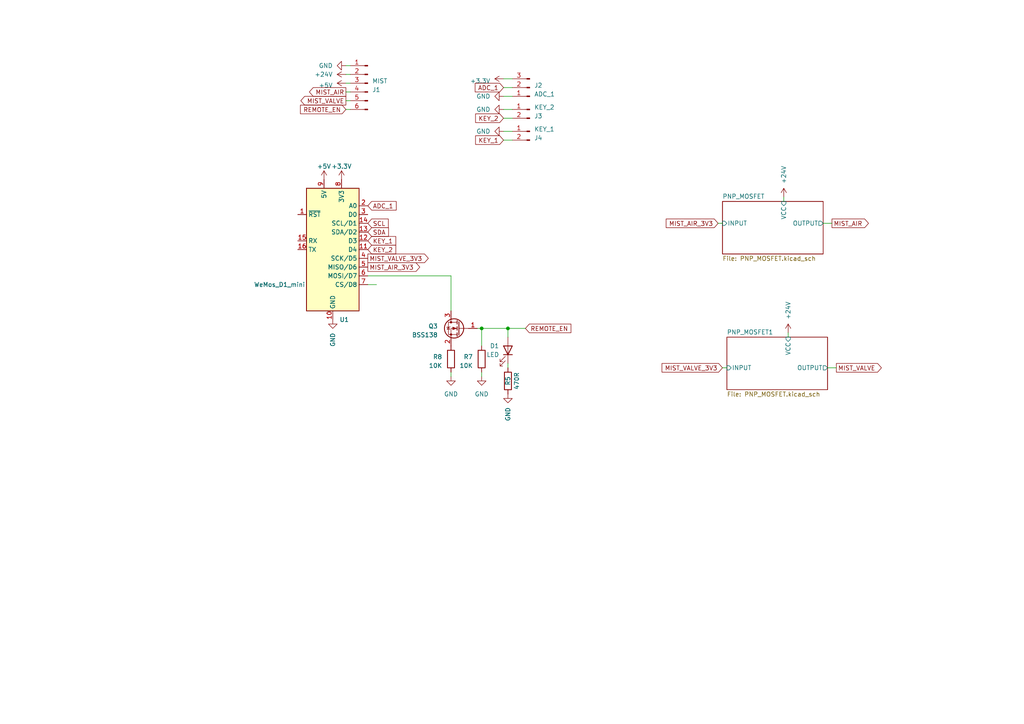
<source format=kicad_sch>
(kicad_sch (version 20230121) (generator eeschema)
  (paper "A4")
  (lib_symbols
    (symbol "Connector:Conn_01x02_Pin" (pin_names (offset 1.016) hide)
      (property "Reference" "J" (at 0 2.54 0))
      (property "Value" "Conn_01x02_Pin" (at 0 -5.08 0))
      (symbol "Conn_01x02_Pin_1_1"
        (polyline (pts (xy 1.27 -2.54) (xy 0.8636 -2.54)) (stroke (width 0.1524)))
        (polyline (pts (xy 1.27 0) (xy 0.8636 0)) (stroke (width 0.1524)))
        (rectangle (start 0.8636 -2.413) (end 0 -2.667) (stroke (width 0.1524)) (fill (type outline)))
        (rectangle (start 0.8636 0.127) (end 0 -0.127) (stroke (width 0.1524)) (fill (type outline)))
        (pin passive line (at 5.08 0 180) (length 3.81) (name "Pin_1") (number "1"))
        (pin passive line (at 5.08 -2.54 180) (length 3.81) (name "Pin_2") (number "2"))
      )
    )
    (symbol "Connector:Conn_01x03_Pin" (pin_names (offset 1.016) hide)
      (property "Reference" "J" (at 0 5.08 0))
      (property "Value" "Conn_01x03_Pin" (at 0 -5.08 0))
      (symbol "Conn_01x03_Pin_1_1"
        (polyline (pts (xy 1.27 -2.54) (xy 0.8636 -2.54)) (stroke (width 0.1524)))
        (polyline (pts (xy 1.27 0) (xy 0.8636 0)) (stroke (width 0.1524)))
        (polyline (pts (xy 1.27 2.54) (xy 0.8636 2.54)) (stroke (width 0.1524)))
        (rectangle (start 0.8636 -2.413) (end 0 -2.667) (stroke (width 0.1524)) (fill (type outline)))
        (rectangle (start 0.8636 0.127) (end 0 -0.127) (stroke (width 0.1524)) (fill (type outline)))
        (rectangle (start 0.8636 2.667) (end 0 2.413) (stroke (width 0.1524)) (fill (type outline)))
        (pin passive line (at 5.08 2.54 180) (length 3.81) (name "Pin_1") (number "1"))
        (pin passive line (at 5.08 0 180) (length 3.81) (name "Pin_2") (number "2"))
        (pin passive line (at 5.08 -2.54 180) (length 3.81) (name "Pin_3") (number "3"))
      )
    )
    (symbol "Connector:Conn_01x06_Pin" (pin_names (offset 1.016) hide)
      (property "Reference" "J" (at 0 7.62 0))
      (property "Value" "Conn_01x06_Pin" (at 0 -10.16 0))
      (symbol "Conn_01x06_Pin_1_1"
        (polyline (pts (xy 1.27 -7.62) (xy 0.8636 -7.62)) (stroke (width 0.1524)))
        (polyline (pts (xy 1.27 -5.08) (xy 0.8636 -5.08)) (stroke (width 0.1524)))
        (polyline (pts (xy 1.27 -2.54) (xy 0.8636 -2.54)) (stroke (width 0.1524)))
        (polyline (pts (xy 1.27 0) (xy 0.8636 0)) (stroke (width 0.1524)))
        (polyline (pts (xy 1.27 2.54) (xy 0.8636 2.54)) (stroke (width 0.1524)))
        (polyline (pts (xy 1.27 5.08) (xy 0.8636 5.08)) (stroke (width 0.1524)))
        (rectangle (start 0.8636 -7.493) (end 0 -7.747) (stroke (width 0.1524)) (fill (type outline)))
        (rectangle (start 0.8636 -4.953) (end 0 -5.207) (stroke (width 0.1524)) (fill (type outline)))
        (rectangle (start 0.8636 -2.413) (end 0 -2.667) (stroke (width 0.1524)) (fill (type outline)))
        (rectangle (start 0.8636 0.127) (end 0 -0.127) (stroke (width 0.1524)) (fill (type outline)))
        (rectangle (start 0.8636 2.667) (end 0 2.413) (stroke (width 0.1524)) (fill (type outline)))
        (rectangle (start 0.8636 5.207) (end 0 4.953) (stroke (width 0.1524)) (fill (type outline)))
        (pin passive line (at 5.08 5.08 180) (length 3.81) (name "Pin_1") (number "1"))
        (pin passive line (at 5.08 2.54 180) (length 3.81) (name "Pin_2") (number "2"))
        (pin passive line (at 5.08 0 180) (length 3.81) (name "Pin_3") (number "3"))
        (pin passive line (at 5.08 -2.54 180) (length 3.81) (name "Pin_4") (number "4"))
        (pin passive line (at 5.08 -5.08 180) (length 3.81) (name "Pin_5") (number "5"))
        (pin passive line (at 5.08 -7.62 180) (length 3.81) (name "Pin_6") (number "6"))
      )
    )
    (symbol "Device:LED" (pin_numbers hide) (pin_names (offset 1.016) hide)
      (property "Reference" "D" (at 0 2.54 0))
      (property "Value" "LED" (at 0 -2.54 0))
      (symbol "LED_0_1"
        (polyline (pts (xy -1.27 -1.27) (xy -1.27 1.27)) (stroke (width 0.254)))
        (polyline (pts (xy -1.27 0) (xy 1.27 0)))
        (polyline (pts (xy 1.27 -1.27) (xy 1.27 1.27) (xy -1.27 0) (xy 1.27 -1.27)) (stroke (width 0.254)))
        (polyline (pts (xy -3.048 -0.762) (xy -4.572 -2.286) (xy -3.81 -2.286) (xy -4.572 -2.286) (xy -4.572 -1.524)))
        (polyline (pts (xy -1.778 -0.762) (xy -3.302 -2.286) (xy -2.54 -2.286) (xy -3.302 -2.286) (xy -3.302 -1.524)))
      )
      (symbol "LED_1_1"
        (pin passive line (at -3.81 0 0) (length 2.54) (name "K") (number "1"))
        (pin passive line (at 3.81 0 180) (length 2.54) (name "A") (number "2"))
      )
    )
    (symbol "Device:R" (pin_numbers hide) (pin_names (offset 0))
      (property "Reference" "R" (at 2.032 0 90))
      (property "Value" "R" (at 0 0 90))
      (symbol "R_0_1"
        (rectangle (start -1.016 -2.54) (end 1.016 2.54) (stroke (width 0.254)))
      )
      (symbol "R_1_1"
        (pin passive line (at 0 3.81 270) (length 1.27) (name "~") (number "1"))
        (pin passive line (at 0 -3.81 90) (length 1.27) (name "~") (number "2"))
      )
    )
    (symbol "MCU_Module:WeMos_D1_mini"
      (property "Reference" "U" (at 3.81 19.05 0))
      (property "Value" "WeMos_D1_mini" (at 1.27 -19.05 0))
      (symbol "WeMos_D1_mini_1_1"
        (rectangle (start -7.62 17.78) (end 7.62 -17.78) (stroke (width 0.254)) (fill (type background)))
        (pin input line (at -10.16 10.16 0) (length 2.54) (name "~{RST}") (number "1"))
        (pin power_in line (at 0 -20.32 90) (length 2.54) (name "GND") (number "10"))
        (pin bidirectional line (at 10.16 0 180) (length 2.54) (name "D4") (number "11"))
        (pin bidirectional line (at 10.16 2.54 180) (length 2.54) (name "D3") (number "12"))
        (pin bidirectional line (at 10.16 5.08 180) (length 2.54) (name "SDA/D2") (number "13"))
        (pin bidirectional line (at 10.16 7.62 180) (length 2.54) (name "SCL/D1") (number "14"))
        (pin input line (at -10.16 2.54 0) (length 2.54) (name "RX") (number "15"))
        (pin output line (at -10.16 0 0) (length 2.54) (name "TX") (number "16"))
        (pin input line (at 10.16 12.7 180) (length 2.54) (name "A0") (number "2"))
        (pin bidirectional line (at 10.16 10.16 180) (length 2.54) (name "D0") (number "3"))
        (pin bidirectional line (at 10.16 -2.54 180) (length 2.54) (name "SCK/D5") (number "4"))
        (pin bidirectional line (at 10.16 -5.08 180) (length 2.54) (name "MISO/D6") (number "5"))
        (pin bidirectional line (at 10.16 -7.62 180) (length 2.54) (name "MOSI/D7") (number "6"))
        (pin bidirectional line (at 10.16 -10.16 180) (length 2.54) (name "CS/D8") (number "7"))
        (pin power_out line (at 2.54 20.32 270) (length 2.54) (name "3V3") (number "8"))
        (pin power_in line (at -2.54 20.32 270) (length 2.54) (name "5V") (number "9"))
      )
    )
    (symbol "Transistor_FET:BSS138" (pin_names hide)
      (property "Reference" "Q" (at 5.08 1.905 0))
      (property "Value" "BSS138" (at 5.08 0 0))
      (symbol "BSS138_0_1"
        (polyline (pts (xy 0.254 0) (xy -2.54 0)))
        (polyline (pts (xy 0.254 1.905) (xy 0.254 -1.905)) (stroke (width 0.254)))
        (polyline (pts (xy 0.762 -1.27) (xy 0.762 -2.286)) (stroke (width 0.254)))
        (polyline (pts (xy 0.762 0.508) (xy 0.762 -0.508)) (stroke (width 0.254)))
        (polyline (pts (xy 0.762 2.286) (xy 0.762 1.27)) (stroke (width 0.254)))
        (polyline (pts (xy 2.54 2.54) (xy 2.54 1.778)))
        (polyline (pts (xy 2.54 -2.54) (xy 2.54 0) (xy 0.762 0)))
        (polyline (pts (xy 0.762 -1.778) (xy 3.302 -1.778) (xy 3.302 1.778) (xy 0.762 1.778)))
        (polyline (pts (xy 1.016 0) (xy 2.032 0.381) (xy 2.032 -0.381) (xy 1.016 0)) (fill (type outline)))
        (polyline (pts (xy 2.794 0.508) (xy 2.921 0.381) (xy 3.683 0.381) (xy 3.81 0.254)))
        (polyline (pts (xy 3.302 0.381) (xy 2.921 -0.254) (xy 3.683 -0.254) (xy 3.302 0.381)))
        (circle (center 1.651 0) (radius 2.794) (stroke (width 0.254)))
        (circle (center 2.54 -1.778) (radius 0.254) (fill (type outline)))
        (circle (center 2.54 1.778) (radius 0.254) (fill (type outline)))
      )
      (symbol "BSS138_1_1"
        (pin input line (at -5.08 0 0) (length 2.54) (name "G") (number "1"))
        (pin passive line (at 2.54 -5.08 90) (length 2.54) (name "S") (number "2"))
        (pin passive line (at 2.54 5.08 270) (length 2.54) (name "D") (number "3"))
      )
    )
    (symbol "power:+24V" (power) (pin_names (offset 0))
      (property "Value" "+24V" (at 0 3.556 0))
      (symbol "+24V_0_1"
        (polyline (pts (xy -0.762 1.27) (xy 0 2.54)))
        (polyline (pts (xy 0 0) (xy 0 2.54)))
        (polyline (pts (xy 0 2.54) (xy 0.762 1.27)))
      )
      (symbol "+24V_1_1"
        (pin power_in line (at 0 0 90) (length 0) hide (name "+24V") (number "1"))
      )
    )
    (symbol "power:+3.3V" (power) (pin_names (offset 0))
      (property "Value" "+3.3V" (at 0 3.556 0))
      (symbol "+3.3V_0_1"
        (polyline (pts (xy -0.762 1.27) (xy 0 2.54)))
        (polyline (pts (xy 0 0) (xy 0 2.54)))
        (polyline (pts (xy 0 2.54) (xy 0.762 1.27)))
      )
      (symbol "+3.3V_1_1"
        (pin power_in line (at 0 0 90) (length 0) hide (name "+3.3V") (number "1"))
      )
    )
    (symbol "power:+5V" (power) (pin_names (offset 0))
      (property "Value" "+5V" (at 0 3.556 0))
      (symbol "+5V_0_1"
        (polyline (pts (xy -0.762 1.27) (xy 0 2.54)))
        (polyline (pts (xy 0 0) (xy 0 2.54)))
        (polyline (pts (xy 0 2.54) (xy 0.762 1.27)))
      )
      (symbol "+5V_1_1"
        (pin power_in line (at 0 0 90) (length 0) hide (name "+5V") (number "1"))
      )
    )
    (symbol "power:GND" (power) (pin_names (offset 0))
      (property "Value" "GND" (at 0 -3.81 0))
      (symbol "GND_0_1"
        (polyline (pts (xy 0 0) (xy 0 -1.27) (xy 1.27 -1.27) (xy 0 -2.54) (xy -1.27 -1.27) (xy 0 -1.27)))
      )
      (symbol "GND_1_1"
        (pin power_in line (at 0 0 270) (length 0) hide (name "GND") (number "1"))
      )
    )
  )
  (junction (at 147.32 95.25))
  (junction (at 139.7 95.25))
  (wire (pts (xy 130.81 80.01) (xy 106.68 80.01)))
  (wire (pts (xy 130.81 107.95) (xy 130.81 109.22)))
  (wire (pts (xy 100.33 31.75) (xy 101.6 31.75)))
  (wire (pts (xy 146.05 25.4) (xy 148.59 25.4)))
  (wire (pts (xy 139.7 107.95) (xy 139.7 109.22)))
  (wire (pts (xy 152.4 95.25) (xy 147.32 95.25)))
  (wire (pts (xy 238.76 64.77) (xy 241.3 64.77)))
  (wire (pts (xy 100.33 29.21) (xy 101.6 29.21)))
  (wire (pts (xy 100.33 24.13) (xy 101.6 24.13)))
  (wire (pts (xy 146.05 38.1) (xy 148.59 38.1)))
  (wire (pts (xy 146.05 22.86) (xy 148.59 22.86)))
  (wire (pts (xy 139.7 95.25) (xy 138.43 95.25)))
  (wire (pts (xy 209.55 106.68) (xy 210.82 106.68)))
  (wire (pts (xy 146.05 31.75) (xy 148.59 31.75)))
  (wire (pts (xy 240.03 106.68) (xy 242.57 106.68)))
  (wire (pts (xy 208.28 64.77) (xy 209.55 64.77)))
  (wire (pts (xy 130.81 80.01) (xy 130.81 90.17)))
  (wire (pts (xy 100.33 26.67) (xy 101.6 26.67)))
  (wire (pts (xy 100.33 19.05) (xy 101.6 19.05)))
  (wire (pts (xy 227.33 57.15) (xy 227.33 58.42)))
  (wire (pts (xy 146.05 40.64) (xy 148.59 40.64)))
  (wire (pts (xy 146.05 27.94) (xy 148.59 27.94)))
  (wire (pts (xy 147.32 95.25) (xy 147.32 97.79)))
  (wire (pts (xy 147.32 95.25) (xy 139.7 95.25)))
  (wire (pts (xy 146.05 34.29) (xy 148.59 34.29)))
  (wire (pts (xy 228.6 96.52) (xy 228.6 97.79)))
  (wire (pts (xy 139.7 95.25) (xy 139.7 100.33)))
  (wire (pts (xy 147.32 105.41) (xy 147.32 106.68)))
  (wire (pts (xy 106.68 82.55) (xy 109.22 82.55)))
  (wire (pts (xy 100.33 21.59) (xy 101.6 21.59)))
  (global_label "MIST_VALVE" (shape output) (at 242.57 106.68 0) (property "Intersheetrefs" "${INTERSHEET_REFS}" (effects hide)))
  (global_label "SDA" (shape input) (at 106.68 67.31 0) (property "Intersheetrefs" "${INTERSHEET_REFS}" (effects hide)))
  (global_label "KEY_2" (shape input) (at 146.05 34.29 180) (property "Intersheetrefs" "${INTERSHEET_REFS}" (effects hide)))
  (global_label "MIST_AIR" (shape output) (at 241.3 64.77 0) (property "Intersheetrefs" "${INTERSHEET_REFS}" (effects hide)))
  (global_label "KEY_1" (shape input) (at 106.68 69.85 0) (property "Intersheetrefs" "${INTERSHEET_REFS}" (effects hide)))
  (global_label "KEY_2" (shape input) (at 106.68 72.39 0) (property "Intersheetrefs" "${INTERSHEET_REFS}" (effects hide)))
  (global_label "REMOTE_EN" (shape input) (at 152.4 95.25 0) (property "Intersheetrefs" "${INTERSHEET_REFS}" (effects hide)))
  (global_label "MIST_VALVE" (shape output) (at 100.33 29.21 180) (property "Intersheetrefs" "${INTERSHEET_REFS}" (effects hide)))
  (global_label "MIST_AIR_3V3" (shape output) (at 106.68 77.47 0) (property "Intersheetrefs" "${INTERSHEET_REFS}" (effects hide)))
  (global_label "REMOTE_EN" (shape input) (at 100.33 31.75 180) (property "Intersheetrefs" "${INTERSHEET_REFS}" (effects hide)))
  (global_label "ADC_1" (shape input) (at 106.68 59.69 0) (property "Intersheetrefs" "${INTERSHEET_REFS}" (effects hide)))
  (global_label "MIST_VALVE_3V3" (shape input) (at 209.55 106.68 180) (property "Intersheetrefs" "${INTERSHEET_REFS}" (effects hide)))
  (global_label "SCL" (shape input) (at 106.68 64.77 0) (property "Intersheetrefs" "${INTERSHEET_REFS}" (effects hide)))
  (global_label "MIST_AIR_3V3" (shape input) (at 208.28 64.77 180) (property "Intersheetrefs" "${INTERSHEET_REFS}" (effects hide)))
  (global_label "KEY_1" (shape input) (at 146.05 40.64 180) (property "Intersheetrefs" "${INTERSHEET_REFS}" (effects hide)))
  (global_label "MIST_VALVE_3V3" (shape output) (at 106.68 74.93 0) (property "Intersheetrefs" "${INTERSHEET_REFS}" (effects hide)))
  (global_label "ADC_1" (shape input) (at 146.05 25.4 180) (property "Intersheetrefs" "${INTERSHEET_REFS}" (effects hide)))
  (global_label "MIST_AIR" (shape output) (at 100.33 26.67 180) (property "Intersheetrefs" "${INTERSHEET_REFS}" (effects hide)))
  (symbol (lib_id "Connector:Conn_01x02_Pin") (at 153.67 31.75 0) (mirror y) (unit 1)
    (property "Reference" "J3" (at 154.94 33.655 0) (effects (justify right)))
    (property "Value" "KEY_2" (at 154.94 31.115 0) (effects (justify right)))
    (property "Footprint" "Connector_Wire:SolderWire-0.1sqmm_1x02_P3.6mm_D0.4mm_OD1mm" (effects hide))
  )
  (symbol (lib_id "Connector:Conn_01x02_Pin") (at 153.67 38.1 0) (mirror y) (unit 1)
    (property "Reference" "J4" (at 154.94 40.005 0) (effects (justify right)))
    (property "Value" "KEY_1" (at 154.94 37.465 0) (effects (justify right)))
    (property "Footprint" "Connector_Wire:SolderWire-0.1sqmm_1x02_P3.6mm_D0.4mm_OD1mm" (effects hide))
  )
  (symbol (lib_id "MCU_Module:WeMos_D1_mini") (at 96.52 72.39 0) (unit 1)
    (property "Reference" "U1" (at 98.4759 92.71 0) (effects (justify left)))
    (property "Value" "WeMos_D1_mini" (at 73.66 82.55 0) (effects (justify left)))
    (property "Footprint" "Module:WEMOS_D1_mini_light" (effects hide))
    (property "Datasheet" "https://wiki.wemos.cc/products:d1:d1_mini#documentation" (effects hide))
  )
  (symbol (lib_id "power:GND") (at 146.05 38.1 270) (mirror x) (unit 1)
    (property "Reference" "#PWR013" (effects hide))
    (property "Value" "GND" (at 142.24 38.1 90) (effects (justify right)))
  )
  (symbol (lib_id "power:+5V") (at 93.98 52.07 0) (mirror y) (unit 1)
    (property "Reference" "#PWR01" (effects hide))
    (property "Value" "+5V" (at 93.98 48.26 0))
  )
  (symbol (lib_id "power:GND") (at 130.81 109.22 0) (mirror y) (unit 1)
    (property "Reference" "#PWR021" (effects hide))
    (property "Value" "GND" (at 130.81 114.3 0))
  )
  (symbol (lib_id "power:+24V") (at 227.33 57.15 0) (mirror y) (unit 1)
    (property "Reference" "#PWR08" (effects hide))
    (property "Value" "+24V" (at 227.33 53.34 90) (effects (justify left)))
  )
  (symbol (lib_id "Connector:Conn_01x03_Pin") (at 153.67 25.4 180) (unit 1)
    (property "Reference" "J2" (at 154.94 24.765 0) (effects (justify right)))
    (property "Value" "ADC_1" (at 154.94 27.305 0) (effects (justify right)))
    (property "Footprint" "Connector_Wire:SolderWire-0.1sqmm_1x03_P3.6mm_D0.4mm_OD1mm" (effects hide))
  )
  (symbol (lib_id "power:GND") (at 100.33 19.05 270) (mirror x) (unit 1)
    (property "Reference" "#PWR03" (effects hide))
    (property "Value" "GND" (at 96.52 19.05 90) (effects (justify right)))
  )
  (symbol (lib_id "Device:R") (at 147.32 110.49 0) (mirror x) (unit 1)
    (property "Reference" "R5" (at 147.32 110.49 90))
    (property "Value" "470R" (at 149.86 110.49 90))
    (property "Footprint" "Resistor_SMD:R_0805_2012Metric_Pad1.20x1.40mm_HandSolder" (effects hide))
  )
  (symbol (lib_id "power:GND") (at 96.52 92.71 0) (mirror y) (unit 1)
    (property "Reference" "#PWR02" (effects hide))
    (property "Value" "GND" (at 96.52 96.52 90) (effects (justify right)))
  )
  (symbol (lib_id "Device:LED") (at 147.32 101.6 270) (mirror x) (unit 1)
    (property "Reference" "D1" (at 144.78 100.33 90) (effects (justify right)))
    (property "Value" "LED" (at 144.78 102.87 90) (effects (justify right)))
    (property "Footprint" "LED_SMD:LED_1206_3216Metric_Pad1.42x1.75mm_HandSolder" (effects hide))
  )
  (symbol (lib_id "power:GND") (at 139.7 109.22 0) (mirror y) (unit 1)
    (property "Reference" "#PWR020" (effects hide))
    (property "Value" "GND" (at 139.7 114.3 0))
  )
  (symbol (lib_id "Connector:Conn_01x06_Pin") (at 106.68 24.13 0) (mirror y) (unit 1)
    (property "Reference" "J1" (at 107.95 26.035 0) (effects (justify right)))
    (property "Value" "MIST" (at 107.95 23.495 0) (effects (justify right)))
    (property "Footprint" "Connector_Wire:SolderWire-0.1sqmm_1x06_P3.6mm_D0.4mm_OD1mm" (effects hide))
  )
  (symbol (lib_id "power:+24V") (at 228.6 96.52 0) (mirror y) (unit 1)
    (property "Reference" "#PWR09" (effects hide))
    (property "Value" "+24V" (at 228.6 92.71 90) (effects (justify left)))
  )
  (symbol (lib_id "Device:R") (at 130.81 104.14 0) (mirror x) (unit 1)
    (property "Reference" "R8" (at 128.27 103.505 0) (effects (justify right)))
    (property "Value" "10K" (at 128.27 106.045 0) (effects (justify right)))
    (property "Footprint" "Resistor_SMD:R_0805_2012Metric_Pad1.20x1.40mm_HandSolder" (effects hide))
  )
  (symbol (lib_id "power:+24V") (at 100.33 21.59 90) (mirror x) (unit 1)
    (property "Reference" "#PWR04" (effects hide))
    (property "Value" "+24V" (at 96.52 21.59 90) (effects (justify left)))
  )
  (symbol (lib_id "power:GND") (at 147.32 114.3 0) (unit 1)
    (property "Reference" "#PWR017" (effects hide))
    (property "Value" "GND" (at 147.32 118.11 90) (effects (justify right)))
  )
  (symbol (lib_id "Device:R") (at 139.7 104.14 0) (mirror x) (unit 1)
    (property "Reference" "R7" (at 137.16 103.505 0) (effects (justify right)))
    (property "Value" "10K" (at 137.16 106.045 0) (effects (justify right)))
    (property "Footprint" "Resistor_SMD:R_0805_2012Metric_Pad1.20x1.40mm_HandSolder" (effects hide))
  )
  (symbol (lib_id "Transistor_FET:BSS138") (at 133.35 95.25 0) (mirror y) (unit 1)
    (property "Reference" "Q3" (at 127 94.615 0) (effects (justify left)))
    (property "Value" "BSS138" (at 127 97.155 0) (effects (justify left)))
    (property "Footprint" "Package_TO_SOT_SMD:SOT-23" (effects hide))
    (property "Datasheet" "https://www.onsemi.com/pub/Collateral/BSS138-D.PDF" (effects hide))
  )
  (symbol (lib_id "power:+3.3V") (at 146.05 22.86 90) (unit 1)
    (property "Reference" "#PWR06" (effects hide))
    (property "Value" "+3.3V" (at 142.24 23.495 90) (effects (justify left)))
  )
  (symbol (lib_id "power:GND") (at 146.05 31.75 270) (mirror x) (unit 1)
    (property "Reference" "#PWR012" (effects hide))
    (property "Value" "GND" (at 142.24 31.75 90) (effects (justify right)))
  )
  (symbol (lib_id "power:+5V") (at 100.33 24.13 90) (mirror x) (unit 1)
    (property "Reference" "#PWR05" (effects hide))
    (property "Value" "+5V" (at 96.52 24.765 90) (effects (justify left)))
  )
  (symbol (lib_id "power:+3.3V") (at 99.06 52.07 0) (unit 1)
    (property "Reference" "#PWR014" (effects hide))
    (property "Value" "+3.3V" (at 99.06 48.26 0))
  )
  (symbol (lib_id "power:GND") (at 146.05 27.94 270) (unit 1)
    (property "Reference" "#PWR07" (effects hide))
    (property "Value" "GND" (at 142.24 27.94 90) (effects (justify right)))
  )
  (sheet (at 209.55 58.42) (size 29.21 15.24) (stroke (width 0.1524))
    (property "Sheetname" "PNP_MOSFET" (at 209.55 57.7084 0) (effects (justify left bottom)))
    (property "Sheetfile" "PNP_MOSFET.kicad_sch" (at 209.55 74.2446 0) (effects (justify left top)))
    (pin "OUTPUT" output (at 238.76 64.77 0))
    (pin "VCC" input (at 227.33 58.42 90))
    (pin "INPUT" input (at 209.55 64.77 180))
  )
  (sheet (at 210.82 97.79) (size 29.21 15.24) (stroke (width 0.1524))
    (property "Sheetname" "PNP_MOSFET1" (at 210.82 97.0784 0) (effects (justify left bottom)))
    (property "Sheetfile" "PNP_MOSFET.kicad_sch" (at 210.82 113.6146 0) (effects (justify left top)))
    (pin "OUTPUT" output (at 240.03 106.68 0))
    (pin "VCC" input (at 228.6 97.79 90))
    (pin "INPUT" input (at 210.82 106.68 180))
  )
)
</source>
